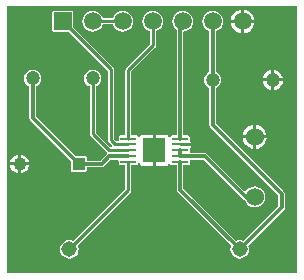
<source format=gtl>
G04 Layer_Physical_Order=1*
G04 Layer_Color=255*
%FSLAX44Y44*%
%MOMM*%
G71*
G01*
G75*
%ADD10R,1.9304X2.1590*%
%ADD11R,1.3970X0.2794*%
%ADD12C,0.3048*%
%ADD13C,0.2540*%
%ADD14C,1.3080*%
%ADD15C,1.2000*%
%ADD16C,1.5240*%
%ADD17C,1.1000*%
%ADD18R,1.1000X1.1000*%
%ADD19C,1.5000*%
%ADD20R,1.5000X1.5000*%
G36*
X1210260Y891590D02*
X965250D01*
Y1117550D01*
X1210260D01*
Y891590D01*
D02*
G37*
%LPC*%
G36*
X1184830Y1005840D02*
X1176020D01*
Y997029D01*
X1177402Y997212D01*
X1179874Y998235D01*
X1181996Y999864D01*
X1183625Y1001986D01*
X1184649Y1004458D01*
X1184830Y1005840D01*
D02*
G37*
G36*
X1173480D02*
X1164669D01*
X1164852Y1004458D01*
X1165875Y1001986D01*
X1167504Y999864D01*
X1169626Y998235D01*
X1172098Y997212D01*
X1173480Y997029D01*
Y1005840D01*
D02*
G37*
G36*
Y1017190D02*
X1172098Y1017009D01*
X1169626Y1015985D01*
X1167504Y1014356D01*
X1165875Y1012234D01*
X1164852Y1009762D01*
X1164669Y1008380D01*
X1173480D01*
Y1017190D01*
D02*
G37*
G36*
X1019690Y1113775D02*
X1004690D01*
X1003718Y1113372D01*
X1003315Y1112400D01*
Y1097400D01*
X1003718Y1096428D01*
X1004690Y1096025D01*
X1017402D01*
X1050240Y1063187D01*
Y1004570D01*
X1050437Y1003579D01*
X1050999Y1002739D01*
X1054041Y999697D01*
X1053580Y998525D01*
X1052498Y998404D01*
X1040180Y1010723D01*
Y1049844D01*
X1041256Y1050290D01*
X1042775Y1051455D01*
X1043940Y1052974D01*
X1044673Y1054742D01*
X1044923Y1056640D01*
X1044673Y1058538D01*
X1043940Y1060306D01*
X1042775Y1061825D01*
X1041256Y1062990D01*
X1039488Y1063723D01*
X1037590Y1063973D01*
X1035692Y1063723D01*
X1033924Y1062990D01*
X1032405Y1061825D01*
X1031240Y1060306D01*
X1030507Y1058538D01*
X1030257Y1056640D01*
X1030507Y1054742D01*
X1031240Y1052974D01*
X1032405Y1051455D01*
X1033924Y1050290D01*
X1035000Y1049844D01*
Y1009650D01*
X1035197Y1008659D01*
X1035759Y1007819D01*
X1049465Y994113D01*
X1049574Y993124D01*
X1049443Y992512D01*
X1044030Y987099D01*
X1032635D01*
Y989750D01*
X1032232Y990722D01*
X1031260Y991125D01*
X1022914D01*
X989639Y1024400D01*
Y1049951D01*
X990456Y1050290D01*
X991975Y1051455D01*
X993140Y1052974D01*
X993873Y1054742D01*
X994123Y1056640D01*
X993873Y1058538D01*
X993140Y1060306D01*
X991975Y1061825D01*
X990456Y1062990D01*
X988688Y1063723D01*
X986790Y1063973D01*
X984892Y1063723D01*
X983124Y1062990D01*
X981605Y1061825D01*
X980440Y1060306D01*
X979707Y1058538D01*
X979457Y1056640D01*
X979707Y1054742D01*
X980440Y1052974D01*
X981605Y1051455D01*
X983124Y1050290D01*
X983941Y1049951D01*
Y1023220D01*
X983941Y1023220D01*
X984158Y1022130D01*
X984776Y1021206D01*
X1018885Y987096D01*
Y978750D01*
X1019288Y977778D01*
X1020260Y977375D01*
X1031260D01*
X1032232Y977778D01*
X1032635Y978750D01*
Y981401D01*
X1045210D01*
X1045210Y981401D01*
X1046300Y981618D01*
X1047224Y982236D01*
X1052816Y987828D01*
X1058950D01*
X1059456Y987069D01*
Y984275D01*
X1059859Y983303D01*
X1060831Y982901D01*
X1065226D01*
Y962799D01*
X1021338Y918910D01*
X1019989Y919469D01*
X1017950Y919737D01*
X1015911Y919469D01*
X1014011Y918682D01*
X1012380Y917430D01*
X1011128Y915799D01*
X1010341Y913899D01*
X1010073Y911860D01*
X1010341Y909821D01*
X1011128Y907921D01*
X1012380Y906290D01*
X1014011Y905038D01*
X1015911Y904251D01*
X1017950Y903983D01*
X1019989Y904251D01*
X1021889Y905038D01*
X1023520Y906290D01*
X1024772Y907921D01*
X1025559Y909821D01*
X1025827Y911860D01*
X1025559Y913899D01*
X1025000Y915248D01*
X1069647Y959895D01*
X1070209Y960735D01*
X1070406Y961726D01*
Y982901D01*
X1074801D01*
X1075773Y983303D01*
X1076176Y984275D01*
Y984622D01*
X1077446Y984747D01*
X1077615Y983894D01*
X1078177Y983054D01*
X1079017Y982492D01*
X1080008Y982295D01*
X1088390D01*
Y995680D01*
Y1009065D01*
X1080008D01*
X1079017Y1008868D01*
X1078177Y1008306D01*
X1077615Y1007466D01*
X1077446Y1006613D01*
X1076176Y1006738D01*
Y1007085D01*
X1075773Y1008057D01*
X1074801Y1008459D01*
X1070406D01*
Y1062933D01*
X1090221Y1082749D01*
X1090783Y1083589D01*
X1090980Y1084580D01*
Y1096480D01*
X1092813Y1097239D01*
X1094645Y1098645D01*
X1096051Y1100477D01*
X1096934Y1102611D01*
X1097236Y1104900D01*
X1096934Y1107189D01*
X1096051Y1109323D01*
X1094645Y1111155D01*
X1092813Y1112561D01*
X1090679Y1113444D01*
X1088390Y1113746D01*
X1086101Y1113444D01*
X1083967Y1112561D01*
X1082135Y1111155D01*
X1080729Y1109323D01*
X1079846Y1107189D01*
X1079544Y1104900D01*
X1079846Y1102611D01*
X1080729Y1100477D01*
X1082135Y1098645D01*
X1083967Y1097239D01*
X1085800Y1096480D01*
Y1085653D01*
X1065985Y1065837D01*
X1065423Y1064997D01*
X1065226Y1064006D01*
Y1008459D01*
X1060831D01*
X1059859Y1008057D01*
X1059456Y1007085D01*
Y1004291D01*
X1058889Y1003685D01*
X1057397Y1003666D01*
X1055420Y1005643D01*
Y1064260D01*
X1055223Y1065251D01*
X1054661Y1066091D01*
X1021065Y1099688D01*
Y1112400D01*
X1020662Y1113372D01*
X1019690Y1113775D01*
D02*
G37*
G36*
X977030Y992192D02*
Y985520D01*
X983702D01*
X983593Y986349D01*
X982783Y988305D01*
X981494Y989984D01*
X979815Y991273D01*
X977859Y992083D01*
X977030Y992192D01*
D02*
G37*
G36*
X974490Y982980D02*
X967818D01*
X967927Y982151D01*
X968737Y980195D01*
X970026Y978516D01*
X971705Y977227D01*
X973661Y976417D01*
X974490Y976308D01*
Y982980D01*
D02*
G37*
G36*
X1139190Y1113746D02*
X1136901Y1113444D01*
X1134767Y1112561D01*
X1132935Y1111155D01*
X1131529Y1109323D01*
X1130646Y1107189D01*
X1130344Y1104900D01*
X1130646Y1102611D01*
X1131529Y1100477D01*
X1132935Y1098645D01*
X1134767Y1097239D01*
X1136341Y1096587D01*
Y1062059D01*
X1135524Y1061720D01*
X1134005Y1060555D01*
X1132840Y1059036D01*
X1132107Y1057268D01*
X1131857Y1055370D01*
X1132107Y1053472D01*
X1132840Y1051704D01*
X1134005Y1050185D01*
X1135524Y1049020D01*
X1136341Y1048681D01*
Y1017270D01*
X1136341Y1017270D01*
X1136558Y1016180D01*
X1137176Y1015256D01*
X1194761Y957670D01*
Y948600D01*
X1165179Y919017D01*
X1164089Y919469D01*
X1162050Y919737D01*
X1160011Y919469D01*
X1158921Y919017D01*
X1114353Y963586D01*
Y982901D01*
X1118489D01*
X1119461Y983303D01*
X1119864Y984275D01*
Y987069D01*
X1120370Y987828D01*
X1131584D01*
X1165116Y954296D01*
X1166040Y953678D01*
X1166234Y953640D01*
X1166985Y951827D01*
X1168410Y949970D01*
X1170267Y948545D01*
X1172429Y947649D01*
X1174750Y947343D01*
X1177071Y947649D01*
X1179233Y948545D01*
X1181090Y949970D01*
X1182515Y951827D01*
X1183411Y953989D01*
X1183717Y956310D01*
X1183411Y958631D01*
X1182515Y960793D01*
X1181090Y962650D01*
X1179233Y964075D01*
X1177071Y964971D01*
X1174750Y965277D01*
X1172429Y964971D01*
X1170267Y964075D01*
X1168410Y962650D01*
X1167630Y961635D01*
X1165961Y961507D01*
X1134778Y992691D01*
X1133854Y993308D01*
X1132764Y993525D01*
X1132764Y993525D01*
X1120370D01*
X1119864Y994283D01*
Y997077D01*
X1119840Y997135D01*
X1120320Y997456D01*
X1120882Y998296D01*
X1121079Y999287D01*
Y999414D01*
X1111504D01*
Y1001954D01*
X1121079D01*
Y1002081D01*
X1120882Y1003072D01*
X1120320Y1003912D01*
X1119840Y1004233D01*
X1119864Y1004291D01*
Y1007085D01*
X1119461Y1008057D01*
X1118489Y1008459D01*
X1114353D01*
Y1096128D01*
X1116079Y1096356D01*
X1118213Y1097239D01*
X1120045Y1098645D01*
X1121451Y1100477D01*
X1122334Y1102611D01*
X1122636Y1104900D01*
X1122334Y1107189D01*
X1121451Y1109323D01*
X1120045Y1111155D01*
X1118213Y1112561D01*
X1116079Y1113444D01*
X1113790Y1113746D01*
X1111501Y1113444D01*
X1109367Y1112561D01*
X1107535Y1111155D01*
X1106129Y1109323D01*
X1105246Y1107189D01*
X1104944Y1104900D01*
X1105246Y1102611D01*
X1106129Y1100477D01*
X1107535Y1098645D01*
X1108655Y1097786D01*
Y1008459D01*
X1104519D01*
X1103547Y1008057D01*
X1103144Y1007085D01*
Y1006738D01*
X1101874Y1006613D01*
X1101705Y1007466D01*
X1101143Y1008306D01*
X1100303Y1008868D01*
X1099312Y1009065D01*
X1090930D01*
Y995680D01*
Y982295D01*
X1099312D01*
X1100303Y982492D01*
X1101143Y983054D01*
X1101705Y983894D01*
X1101874Y984747D01*
X1103144Y984622D01*
Y984275D01*
X1103547Y983303D01*
X1104519Y982901D01*
X1108655D01*
Y962406D01*
X1108655Y962406D01*
X1108872Y961316D01*
X1109490Y960392D01*
X1154893Y914989D01*
X1154441Y913899D01*
X1154173Y911860D01*
X1154441Y909821D01*
X1155228Y907921D01*
X1156480Y906290D01*
X1158111Y905038D01*
X1160011Y904251D01*
X1162050Y903983D01*
X1164089Y904251D01*
X1165989Y905038D01*
X1167620Y906290D01*
X1168872Y907921D01*
X1169659Y909821D01*
X1169927Y911860D01*
X1169659Y913899D01*
X1169208Y914989D01*
X1199624Y945406D01*
X1200242Y946330D01*
X1200459Y947420D01*
X1200459Y947420D01*
Y958850D01*
X1200242Y959940D01*
X1199624Y960864D01*
X1199624Y960864D01*
X1142039Y1018450D01*
Y1048681D01*
X1142856Y1049020D01*
X1144375Y1050185D01*
X1145540Y1051704D01*
X1146273Y1053472D01*
X1146523Y1055370D01*
X1146273Y1057268D01*
X1145540Y1059036D01*
X1144375Y1060555D01*
X1142856Y1061720D01*
X1142039Y1062059D01*
Y1096587D01*
X1143613Y1097239D01*
X1145445Y1098645D01*
X1146851Y1100477D01*
X1147734Y1102611D01*
X1148036Y1104900D01*
X1147734Y1107189D01*
X1146851Y1109323D01*
X1145445Y1111155D01*
X1143613Y1112561D01*
X1141479Y1113444D01*
X1139190Y1113746D01*
D02*
G37*
G36*
X974490Y992192D02*
X973661Y992083D01*
X971705Y991273D01*
X970026Y989984D01*
X968737Y988305D01*
X967927Y986349D01*
X967818Y985520D01*
X974490D01*
Y992192D01*
D02*
G37*
G36*
X983702Y982980D02*
X977030D01*
Y976308D01*
X977859Y976417D01*
X979815Y977227D01*
X981494Y978516D01*
X982783Y980195D01*
X983593Y982151D01*
X983702Y982980D01*
D02*
G37*
G36*
X1174549Y1103630D02*
X1165860D01*
Y1094941D01*
X1167211Y1095118D01*
X1169653Y1096130D01*
X1171751Y1097739D01*
X1173360Y1099837D01*
X1174372Y1102279D01*
X1174549Y1103630D01*
D02*
G37*
G36*
X1163320D02*
X1154631D01*
X1154808Y1102279D01*
X1155820Y1099837D01*
X1157429Y1097739D01*
X1159527Y1096130D01*
X1161969Y1095118D01*
X1163320Y1094941D01*
Y1103630D01*
D02*
G37*
G36*
Y1114859D02*
X1161969Y1114682D01*
X1159527Y1113670D01*
X1157429Y1112061D01*
X1155820Y1109963D01*
X1154808Y1107521D01*
X1154631Y1106170D01*
X1163320D01*
Y1114859D01*
D02*
G37*
G36*
X1062990Y1113746D02*
X1060701Y1113444D01*
X1058567Y1112561D01*
X1056735Y1111155D01*
X1055329Y1109323D01*
X1054570Y1107490D01*
X1046010D01*
X1045251Y1109323D01*
X1043845Y1111155D01*
X1042013Y1112561D01*
X1039879Y1113444D01*
X1037590Y1113746D01*
X1035301Y1113444D01*
X1033167Y1112561D01*
X1031335Y1111155D01*
X1029929Y1109323D01*
X1029046Y1107189D01*
X1028744Y1104900D01*
X1029046Y1102611D01*
X1029929Y1100477D01*
X1031335Y1098645D01*
X1033167Y1097239D01*
X1035301Y1096356D01*
X1037590Y1096054D01*
X1039879Y1096356D01*
X1042013Y1097239D01*
X1043845Y1098645D01*
X1045251Y1100477D01*
X1046010Y1102310D01*
X1054570D01*
X1055329Y1100477D01*
X1056735Y1098645D01*
X1058567Y1097239D01*
X1060701Y1096356D01*
X1062990Y1096054D01*
X1065279Y1096356D01*
X1067413Y1097239D01*
X1069245Y1098645D01*
X1070651Y1100477D01*
X1071534Y1102611D01*
X1071836Y1104900D01*
X1071534Y1107189D01*
X1070651Y1109323D01*
X1069245Y1111155D01*
X1067413Y1112561D01*
X1065279Y1113444D01*
X1062990Y1113746D01*
D02*
G37*
G36*
X1165860Y1114859D02*
Y1106170D01*
X1174549D01*
X1174372Y1107521D01*
X1173360Y1109963D01*
X1171751Y1112061D01*
X1169653Y1113670D01*
X1167211Y1114682D01*
X1165860Y1114859D01*
D02*
G37*
G36*
X1188720Y1054100D02*
X1181544D01*
X1181670Y1053141D01*
X1182530Y1051063D01*
X1183899Y1049279D01*
X1185683Y1047910D01*
X1187761Y1047050D01*
X1188720Y1046924D01*
Y1054100D01*
D02*
G37*
G36*
X1176020Y1017190D02*
Y1008380D01*
X1184830D01*
X1184649Y1009762D01*
X1183625Y1012234D01*
X1181996Y1014356D01*
X1179874Y1015985D01*
X1177402Y1017009D01*
X1176020Y1017190D01*
D02*
G37*
G36*
X1198437Y1054100D02*
X1191260D01*
Y1046924D01*
X1192219Y1047050D01*
X1194297Y1047910D01*
X1196081Y1049279D01*
X1197450Y1051063D01*
X1198310Y1053141D01*
X1198437Y1054100D01*
D02*
G37*
G36*
X1191260Y1063817D02*
Y1056640D01*
X1198437D01*
X1198310Y1057599D01*
X1197450Y1059677D01*
X1196081Y1061461D01*
X1194297Y1062830D01*
X1192219Y1063690D01*
X1191260Y1063817D01*
D02*
G37*
G36*
X1188720D02*
X1187761Y1063690D01*
X1185683Y1062830D01*
X1183899Y1061461D01*
X1182530Y1059677D01*
X1181670Y1057599D01*
X1181544Y1056640D01*
X1188720D01*
Y1063817D01*
D02*
G37*
%LPD*%
D10*
X1089660Y995680D02*
D03*
D11*
X1111504Y1005688D02*
D03*
Y1000684D02*
D03*
Y995680D02*
D03*
Y990676D02*
D03*
Y985672D02*
D03*
X1067816D02*
D03*
Y990676D02*
D03*
Y995680D02*
D03*
Y1000684D02*
D03*
Y1005688D02*
D03*
D12*
X1162050Y911860D02*
X1197610Y947420D01*
Y958850D01*
X1139190Y1017270D02*
X1197610Y958850D01*
X1139190Y1017270D02*
Y1055370D01*
Y1104900D01*
X1111504Y1102614D02*
X1113790Y1104900D01*
X1111504Y1005688D02*
Y1102614D01*
Y990676D02*
Y995680D01*
Y990676D02*
X1132764D01*
X1167130Y956310D01*
X1174750D01*
X1111504Y962406D02*
Y985672D01*
Y962406D02*
X1162050Y911860D01*
X1051636Y990676D02*
X1067816D01*
X1045210Y984250D02*
X1051636Y990676D01*
X1025760Y984250D02*
X1045210D01*
X986790Y1023220D02*
X1025760Y984250D01*
X986790Y1023220D02*
Y1056640D01*
D13*
X1037590Y1104900D02*
X1062990D01*
X1067816Y1005688D02*
Y1064006D01*
X1088390Y1084580D01*
Y1104900D01*
X1056716Y1000684D02*
X1067816D01*
X1052830Y1004570D02*
X1056716Y1000684D01*
X1052830Y1004570D02*
Y1064260D01*
X1012190Y1104900D02*
X1052830Y1064260D01*
X1051560Y995680D02*
X1067816D01*
X1037590Y1009650D02*
X1051560Y995680D01*
X1037590Y1009650D02*
Y1056640D01*
X1067816Y961726D02*
Y985672D01*
X1017950Y911860D02*
X1067816Y961726D01*
D14*
X1162050Y911860D02*
D03*
X1017950D02*
D03*
D15*
X1189990Y1055370D02*
D03*
X1139190D02*
D03*
X986790Y1056640D02*
D03*
X1037590D02*
D03*
D16*
X1174750Y956310D02*
D03*
Y1007110D02*
D03*
D17*
X975760Y984250D02*
D03*
D18*
X1025760D02*
D03*
D19*
X1062990Y1104900D02*
D03*
X1037590D02*
D03*
X1088390D02*
D03*
X1113790D02*
D03*
X1139190D02*
D03*
X1164590D02*
D03*
D20*
X1012190D02*
D03*
M02*

</source>
